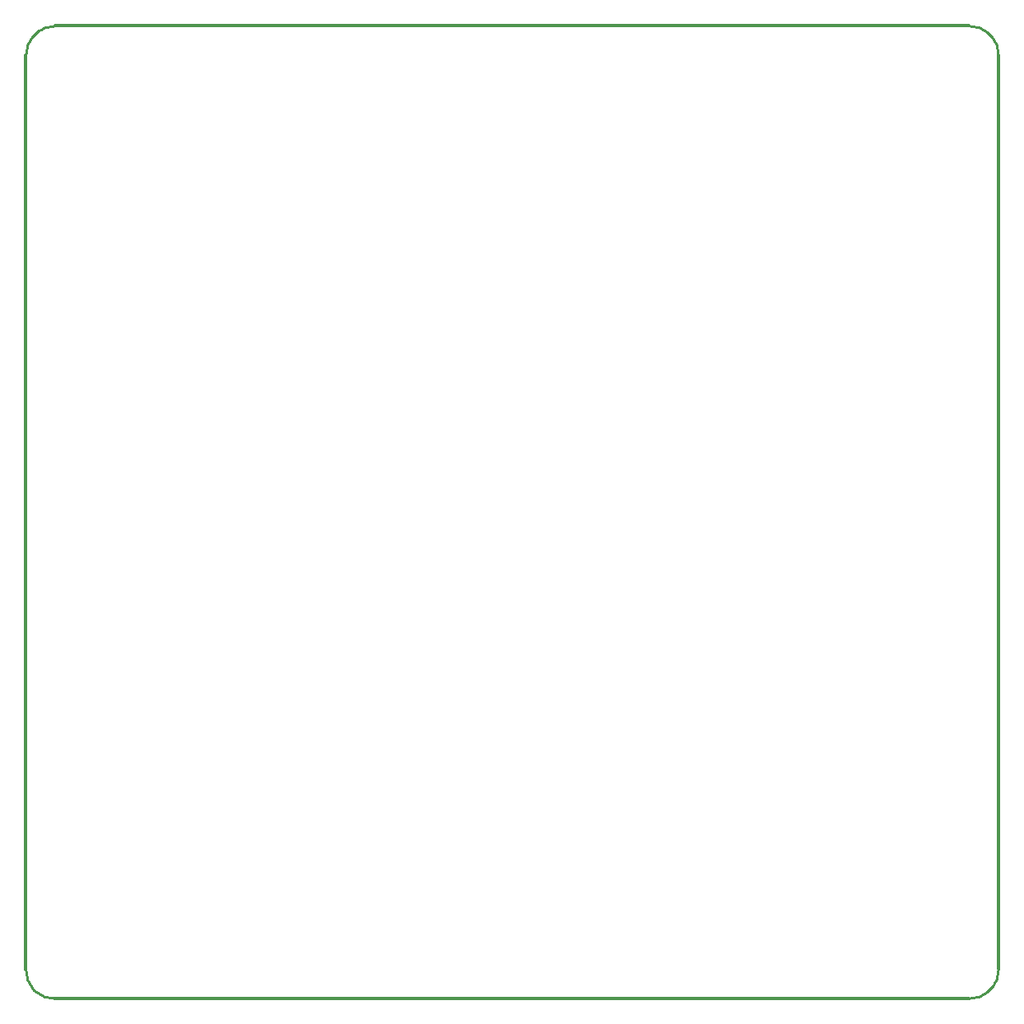
<source format=gm1>
G04*
G04 #@! TF.GenerationSoftware,Altium Limited,Altium Designer,20.0.2 (26)*
G04*
G04 Layer_Color=16711935*
%FSLAX25Y25*%
%MOIN*%
G70*
G01*
G75*
%ADD10C,0.01000*%
%ADD14C,0.01200*%
D10*
X393701Y-11811D02*
X393660Y-10836D01*
X393540Y-9867D01*
X393339Y-8912D01*
X393061Y-7976D01*
X392706Y-7067D01*
X392277Y-6190D01*
X391778Y-5351D01*
X391210Y-4557D01*
X390579Y-3812D01*
X389889Y-3121D01*
X389144Y-2490D01*
X388350Y-1923D01*
X387511Y-1424D01*
X386634Y-995D01*
X385725Y-640D01*
X384789Y-361D01*
X383834Y-161D01*
X382865Y-40D01*
X381890Y0D01*
Y-393701D02*
X382865Y-393660D01*
X383834Y-393540D01*
X384789Y-393339D01*
X385725Y-393061D01*
X386634Y-392706D01*
X387511Y-392277D01*
X388350Y-391778D01*
X389144Y-391210D01*
X389889Y-390579D01*
X390579Y-389889D01*
X391210Y-389144D01*
X391778Y-388350D01*
X392277Y-387511D01*
X392706Y-386634D01*
X393061Y-385725D01*
X393339Y-384789D01*
X393540Y-383834D01*
X393660Y-382865D01*
X393701Y-381890D01*
X11811Y0D02*
X10836Y-40D01*
X9867Y-161D01*
X8912Y-361D01*
X7976Y-640D01*
X7067Y-995D01*
X6190Y-1424D01*
X5351Y-1923D01*
X4557Y-2490D01*
X3812Y-3121D01*
X3121Y-3812D01*
X2490Y-4557D01*
X1923Y-5351D01*
X1424Y-6190D01*
X995Y-7067D01*
X640Y-7976D01*
X361Y-8912D01*
X161Y-9867D01*
X40Y-10836D01*
X0Y-11811D01*
X-12Y-382243D02*
X32Y-383242D01*
X162Y-384233D01*
X379Y-385209D01*
X679Y-386162D01*
X1062Y-387086D01*
X1523Y-387972D01*
X2060Y-388815D01*
X2669Y-389608D01*
X3344Y-390345D01*
X4081Y-391020D01*
X4874Y-391629D01*
X5717Y-392166D01*
X6603Y-392627D01*
X7527Y-393010D01*
X8480Y-393310D01*
X9456Y-393527D01*
X10447Y-393657D01*
X11445Y-393701D01*
D14*
X100425Y0D02*
X379890D01*
X11811D02*
X98425D01*
X11445Y-393701D02*
X381890D01*
X377953Y0D02*
X381890D01*
X98425Y0D02*
X100425D01*
X393701Y-381890D02*
Y-11811D01*
X0Y-382243D02*
Y-11811D01*
X379890Y0D02*
Y0D01*
M02*

</source>
